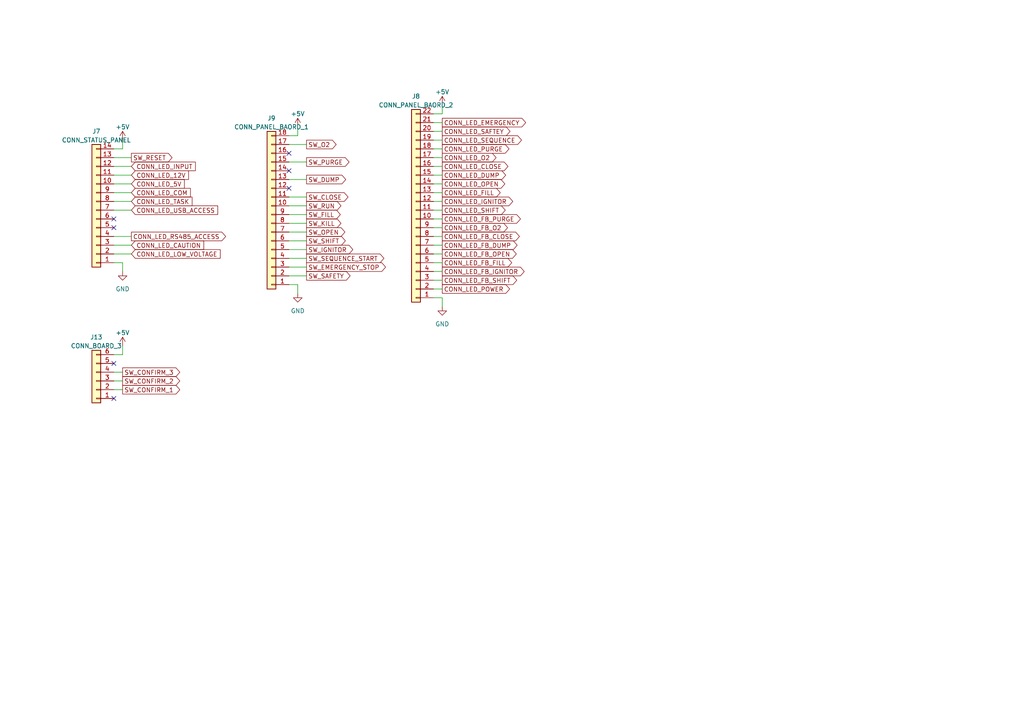
<source format=kicad_sch>
(kicad_sch (version 20230121) (generator eeschema)
  (paper "A4")
  (lib_symbols
    (symbol "Connector_Generic:Conn_01x06" (pin_names (offset 1.016) hide)
      (property "Reference" "J" (at 0 7.62 0))
      (property "Value" "Conn_01x06" (at 0 -10.16 0))
      (symbol "Conn_01x06_1_1"
        (rectangle (start -1.27 -7.493) (end 0 -7.747) (stroke (width 0.1524)))
        (rectangle (start -1.27 -4.953) (end 0 -5.207) (stroke (width 0.1524)))
        (rectangle (start -1.27 -2.413) (end 0 -2.667) (stroke (width 0.1524)))
        (rectangle (start -1.27 0.127) (end 0 -0.127) (stroke (width 0.1524)))
        (rectangle (start -1.27 2.667) (end 0 2.413) (stroke (width 0.1524)))
        (rectangle (start -1.27 5.207) (end 0 4.953) (stroke (width 0.1524)))
        (rectangle (start -1.27 6.35) (end 1.27 -8.89) (stroke (width 0.254)) (fill (type background)))
        (pin passive line (at -5.08 5.08 0) (length 3.81) (name "Pin_1") (number "1"))
        (pin passive line (at -5.08 2.54 0) (length 3.81) (name "Pin_2") (number "2"))
        (pin passive line (at -5.08 0 0) (length 3.81) (name "Pin_3") (number "3"))
        (pin passive line (at -5.08 -2.54 0) (length 3.81) (name "Pin_4") (number "4"))
        (pin passive line (at -5.08 -5.08 0) (length 3.81) (name "Pin_5") (number "5"))
        (pin passive line (at -5.08 -7.62 0) (length 3.81) (name "Pin_6") (number "6"))
      )
    )
    (symbol "Connector_Generic:Conn_01x14" (pin_names (offset 1.016) hide)
      (property "Reference" "J" (at 0 17.78 0))
      (property "Value" "Conn_01x14" (at 0 -20.32 0))
      (symbol "Conn_01x14_1_1"
        (rectangle (start -1.27 -17.653) (end 0 -17.907) (stroke (width 0.1524)))
        (rectangle (start -1.27 -15.113) (end 0 -15.367) (stroke (width 0.1524)))
        (rectangle (start -1.27 -12.573) (end 0 -12.827) (stroke (width 0.1524)))
        (rectangle (start -1.27 -10.033) (end 0 -10.287) (stroke (width 0.1524)))
        (rectangle (start -1.27 -7.493) (end 0 -7.747) (stroke (width 0.1524)))
        (rectangle (start -1.27 -4.953) (end 0 -5.207) (stroke (width 0.1524)))
        (rectangle (start -1.27 -2.413) (end 0 -2.667) (stroke (width 0.1524)))
        (rectangle (start -1.27 0.127) (end 0 -0.127) (stroke (width 0.1524)))
        (rectangle (start -1.27 2.667) (end 0 2.413) (stroke (width 0.1524)))
        (rectangle (start -1.27 5.207) (end 0 4.953) (stroke (width 0.1524)))
        (rectangle (start -1.27 7.747) (end 0 7.493) (stroke (width 0.1524)))
        (rectangle (start -1.27 10.287) (end 0 10.033) (stroke (width 0.1524)))
        (rectangle (start -1.27 12.827) (end 0 12.573) (stroke (width 0.1524)))
        (rectangle (start -1.27 15.367) (end 0 15.113) (stroke (width 0.1524)))
        (rectangle (start -1.27 16.51) (end 1.27 -19.05) (stroke (width 0.254)) (fill (type background)))
        (pin passive line (at -5.08 15.24 0) (length 3.81) (name "Pin_1") (number "1"))
        (pin passive line (at -5.08 -7.62 0) (length 3.81) (name "Pin_10") (number "10"))
        (pin passive line (at -5.08 -10.16 0) (length 3.81) (name "Pin_11") (number "11"))
        (pin passive line (at -5.08 -12.7 0) (length 3.81) (name "Pin_12") (number "12"))
        (pin passive line (at -5.08 -15.24 0) (length 3.81) (name "Pin_13") (number "13"))
        (pin passive line (at -5.08 -17.78 0) (length 3.81) (name "Pin_14") (number "14"))
        (pin passive line (at -5.08 12.7 0) (length 3.81) (name "Pin_2") (number "2"))
        (pin passive line (at -5.08 10.16 0) (length 3.81) (name "Pin_3") (number "3"))
        (pin passive line (at -5.08 7.62 0) (length 3.81) (name "Pin_4") (number "4"))
        (pin passive line (at -5.08 5.08 0) (length 3.81) (name "Pin_5") (number "5"))
        (pin passive line (at -5.08 2.54 0) (length 3.81) (name "Pin_6") (number "6"))
        (pin passive line (at -5.08 0 0) (length 3.81) (name "Pin_7") (number "7"))
        (pin passive line (at -5.08 -2.54 0) (length 3.81) (name "Pin_8") (number "8"))
        (pin passive line (at -5.08 -5.08 0) (length 3.81) (name "Pin_9") (number "9"))
      )
    )
    (symbol "Connector_Generic:Conn_01x18" (pin_names (offset 1.016) hide)
      (property "Reference" "J" (at 0 22.86 0))
      (property "Value" "Conn_01x18" (at 0 -25.4 0))
      (symbol "Conn_01x18_1_1"
        (rectangle (start -1.27 -22.733) (end 0 -22.987) (stroke (width 0.1524)))
        (rectangle (start -1.27 -20.193) (end 0 -20.447) (stroke (width 0.1524)))
        (rectangle (start -1.27 -17.653) (end 0 -17.907) (stroke (width 0.1524)))
        (rectangle (start -1.27 -15.113) (end 0 -15.367) (stroke (width 0.1524)))
        (rectangle (start -1.27 -12.573) (end 0 -12.827) (stroke (width 0.1524)))
        (rectangle (start -1.27 -10.033) (end 0 -10.287) (stroke (width 0.1524)))
        (rectangle (start -1.27 -7.493) (end 0 -7.747) (stroke (width 0.1524)))
        (rectangle (start -1.27 -4.953) (end 0 -5.207) (stroke (width 0.1524)))
        (rectangle (start -1.27 -2.413) (end 0 -2.667) (stroke (width 0.1524)))
        (rectangle (start -1.27 0.127) (end 0 -0.127) (stroke (width 0.1524)))
        (rectangle (start -1.27 2.667) (end 0 2.413) (stroke (width 0.1524)))
        (rectangle (start -1.27 5.207) (end 0 4.953) (stroke (width 0.1524)))
        (rectangle (start -1.27 7.747) (end 0 7.493) (stroke (width 0.1524)))
        (rectangle (start -1.27 10.287) (end 0 10.033) (stroke (width 0.1524)))
        (rectangle (start -1.27 12.827) (end 0 12.573) (stroke (width 0.1524)))
        (rectangle (start -1.27 15.367) (end 0 15.113) (stroke (width 0.1524)))
        (rectangle (start -1.27 17.907) (end 0 17.653) (stroke (width 0.1524)))
        (rectangle (start -1.27 20.447) (end 0 20.193) (stroke (width 0.1524)))
        (rectangle (start -1.27 21.59) (end 1.27 -24.13) (stroke (width 0.254)) (fill (type background)))
        (pin passive line (at -5.08 20.32 0) (length 3.81) (name "Pin_1") (number "1"))
        (pin passive line (at -5.08 -2.54 0) (length 3.81) (name "Pin_10") (number "10"))
        (pin passive line (at -5.08 -5.08 0) (length 3.81) (name "Pin_11") (number "11"))
        (pin passive line (at -5.08 -7.62 0) (length 3.81) (name "Pin_12") (number "12"))
        (pin passive line (at -5.08 -10.16 0) (length 3.81) (name "Pin_13") (number "13"))
        (pin passive line (at -5.08 -12.7 0) (length 3.81) (name "Pin_14") (number "14"))
        (pin passive line (at -5.08 -15.24 0) (length 3.81) (name "Pin_15") (number "15"))
        (pin passive line (at -5.08 -17.78 0) (length 3.81) (name "Pin_16") (number "16"))
        (pin passive line (at -5.08 -20.32 0) (length 3.81) (name "Pin_17") (number "17"))
        (pin passive line (at -5.08 -22.86 0) (length 3.81) (name "Pin_18") (number "18"))
        (pin passive line (at -5.08 17.78 0) (length 3.81) (name "Pin_2") (number "2"))
        (pin passive line (at -5.08 15.24 0) (length 3.81) (name "Pin_3") (number "3"))
        (pin passive line (at -5.08 12.7 0) (length 3.81) (name "Pin_4") (number "4"))
        (pin passive line (at -5.08 10.16 0) (length 3.81) (name "Pin_5") (number "5"))
        (pin passive line (at -5.08 7.62 0) (length 3.81) (name "Pin_6") (number "6"))
        (pin passive line (at -5.08 5.08 0) (length 3.81) (name "Pin_7") (number "7"))
        (pin passive line (at -5.08 2.54 0) (length 3.81) (name "Pin_8") (number "8"))
        (pin passive line (at -5.08 0 0) (length 3.81) (name "Pin_9") (number "9"))
      )
    )
    (symbol "Connector_Generic:Conn_01x22" (pin_names (offset 1.016) hide)
      (property "Reference" "J" (at 0 27.94 0))
      (property "Value" "Conn_01x22" (at 0 -30.48 0))
      (symbol "Conn_01x22_1_1"
        (rectangle (start -1.27 -27.813) (end 0 -28.067) (stroke (width 0.1524)))
        (rectangle (start -1.27 -25.273) (end 0 -25.527) (stroke (width 0.1524)))
        (rectangle (start -1.27 -22.733) (end 0 -22.987) (stroke (width 0.1524)))
        (rectangle (start -1.27 -20.193) (end 0 -20.447) (stroke (width 0.1524)))
        (rectangle (start -1.27 -17.653) (end 0 -17.907) (stroke (width 0.1524)))
        (rectangle (start -1.27 -15.113) (end 0 -15.367) (stroke (width 0.1524)))
        (rectangle (start -1.27 -12.573) (end 0 -12.827) (stroke (width 0.1524)))
        (rectangle (start -1.27 -10.033) (end 0 -10.287) (stroke (width 0.1524)))
        (rectangle (start -1.27 -7.493) (end 0 -7.747) (stroke (width 0.1524)))
        (rectangle (start -1.27 -4.953) (end 0 -5.207) (stroke (width 0.1524)))
        (rectangle (start -1.27 -2.413) (end 0 -2.667) (stroke (width 0.1524)))
        (rectangle (start -1.27 0.127) (end 0 -0.127) (stroke (width 0.1524)))
        (rectangle (start -1.27 2.667) (end 0 2.413) (stroke (width 0.1524)))
        (rectangle (start -1.27 5.207) (end 0 4.953) (stroke (width 0.1524)))
        (rectangle (start -1.27 7.747) (end 0 7.493) (stroke (width 0.1524)))
        (rectangle (start -1.27 10.287) (end 0 10.033) (stroke (width 0.1524)))
        (rectangle (start -1.27 12.827) (end 0 12.573) (stroke (width 0.1524)))
        (rectangle (start -1.27 15.367) (end 0 15.113) (stroke (width 0.1524)))
        (rectangle (start -1.27 17.907) (end 0 17.653) (stroke (width 0.1524)))
        (rectangle (start -1.27 20.447) (end 0 20.193) (stroke (width 0.1524)))
        (rectangle (start -1.27 22.987) (end 0 22.733) (stroke (width 0.1524)))
        (rectangle (start -1.27 25.527) (end 0 25.273) (stroke (width 0.1524)))
        (rectangle (start -1.27 26.67) (end 1.27 -29.21) (stroke (width 0.254)) (fill (type background)))
        (pin passive line (at -5.08 25.4 0) (length 3.81) (name "Pin_1") (number "1"))
        (pin passive line (at -5.08 2.54 0) (length 3.81) (name "Pin_10") (number "10"))
        (pin passive line (at -5.08 0 0) (length 3.81) (name "Pin_11") (number "11"))
        (pin passive line (at -5.08 -2.54 0) (length 3.81) (name "Pin_12") (number "12"))
        (pin passive line (at -5.08 -5.08 0) (length 3.81) (name "Pin_13") (number "13"))
        (pin passive line (at -5.08 -7.62 0) (length 3.81) (name "Pin_14") (number "14"))
        (pin passive line (at -5.08 -10.16 0) (length 3.81) (name "Pin_15") (number "15"))
        (pin passive line (at -5.08 -12.7 0) (length 3.81) (name "Pin_16") (number "16"))
        (pin passive line (at -5.08 -15.24 0) (length 3.81) (name "Pin_17") (number "17"))
        (pin passive line (at -5.08 -17.78 0) (length 3.81) (name "Pin_18") (number "18"))
        (pin passive line (at -5.08 -20.32 0) (length 3.81) (name "Pin_19") (number "19"))
        (pin passive line (at -5.08 22.86 0) (length 3.81) (name "Pin_2") (number "2"))
        (pin passive line (at -5.08 -22.86 0) (length 3.81) (name "Pin_20") (number "20"))
        (pin passive line (at -5.08 -25.4 0) (length 3.81) (name "Pin_21") (number "21"))
        (pin passive line (at -5.08 -27.94 0) (length 3.81) (name "Pin_22") (number "22"))
        (pin passive line (at -5.08 20.32 0) (length 3.81) (name "Pin_3") (number "3"))
        (pin passive line (at -5.08 17.78 0) (length 3.81) (name "Pin_4") (number "4"))
        (pin passive line (at -5.08 15.24 0) (length 3.81) (name "Pin_5") (number "5"))
        (pin passive line (at -5.08 12.7 0) (length 3.81) (name "Pin_6") (number "6"))
        (pin passive line (at -5.08 10.16 0) (length 3.81) (name "Pin_7") (number "7"))
        (pin passive line (at -5.08 7.62 0) (length 3.81) (name "Pin_8") (number "8"))
        (pin passive line (at -5.08 5.08 0) (length 3.81) (name "Pin_9") (number "9"))
      )
    )
    (symbol "power:+5V" (power) (pin_names (offset 0))
      (property "Value" "+5V" (at 0 3.556 0))
      (symbol "+5V_0_1"
        (polyline (pts (xy -0.762 1.27) (xy 0 2.54)))
        (polyline (pts (xy 0 0) (xy 0 2.54)))
        (polyline (pts (xy 0 2.54) (xy 0.762 1.27)))
      )
      (symbol "+5V_1_1"
        (pin power_in line (at 0 0 90) (length 0) hide (name "+5V") (number "1"))
      )
    )
    (symbol "power:GND" (power) (pin_names (offset 0))
      (property "Value" "GND" (at 0 -3.81 0))
      (symbol "GND_0_1"
        (polyline (pts (xy 0 0) (xy 0 -1.27) (xy 1.27 -1.27) (xy 0 -2.54) (xy -1.27 -1.27) (xy 0 -1.27)))
      )
      (symbol "GND_1_1"
        (pin power_in line (at 0 0 270) (length 0) hide (name "GND") (number "1"))
      )
    )
  )
  (no_connect (at 83.82 49.53))
  (no_connect (at 33.02 63.5))
  (no_connect (at 83.82 54.61))
  (no_connect (at 33.02 115.57))
  (no_connect (at 33.02 105.41))
  (no_connect (at 83.82 44.45))
  (no_connect (at 33.02 66.04))
  (wire (pts (xy 83.82 67.31) (xy 88.9 67.31)))
  (wire (pts (xy 86.36 36.83) (xy 86.36 39.37)))
  (wire (pts (xy 125.73 45.72) (xy 128.27 45.72)))
  (wire (pts (xy 33.02 73.66) (xy 38.1 73.66)))
  (wire (pts (xy 125.73 48.26) (xy 128.27 48.26)))
  (wire (pts (xy 33.02 58.42) (xy 38.1 58.42)))
  (wire (pts (xy 33.02 55.88) (xy 38.1 55.88)))
  (wire (pts (xy 35.56 43.18) (xy 33.02 43.18)))
  (wire (pts (xy 125.73 50.8) (xy 128.27 50.8)))
  (wire (pts (xy 33.02 45.72) (xy 38.1 45.72)))
  (wire (pts (xy 125.73 53.34) (xy 128.27 53.34)))
  (wire (pts (xy 83.82 77.47) (xy 88.9 77.47)))
  (wire (pts (xy 33.02 60.96) (xy 38.1 60.96)))
  (wire (pts (xy 83.82 72.39) (xy 88.9 72.39)))
  (wire (pts (xy 125.73 66.04) (xy 128.27 66.04)))
  (wire (pts (xy 128.27 86.36) (xy 128.27 88.9)))
  (wire (pts (xy 125.73 40.64) (xy 128.27 40.64)))
  (wire (pts (xy 83.82 64.77) (xy 88.9 64.77)))
  (wire (pts (xy 33.02 53.34) (xy 38.1 53.34)))
  (wire (pts (xy 35.56 40.64) (xy 35.56 43.18)))
  (wire (pts (xy 125.73 71.12) (xy 128.27 71.12)))
  (wire (pts (xy 83.82 80.01) (xy 88.9 80.01)))
  (wire (pts (xy 83.82 46.99) (xy 88.9 46.99)))
  (wire (pts (xy 125.73 68.58) (xy 128.27 68.58)))
  (wire (pts (xy 33.02 110.49) (xy 35.56 110.49)))
  (wire (pts (xy 125.73 60.96) (xy 128.27 60.96)))
  (wire (pts (xy 125.73 58.42) (xy 128.27 58.42)))
  (wire (pts (xy 125.73 81.28) (xy 128.27 81.28)))
  (wire (pts (xy 125.73 55.88) (xy 128.27 55.88)))
  (wire (pts (xy 33.02 48.26) (xy 38.1 48.26)))
  (wire (pts (xy 125.73 43.18) (xy 128.27 43.18)))
  (wire (pts (xy 33.02 107.95) (xy 35.56 107.95)))
  (wire (pts (xy 33.02 50.8) (xy 38.1 50.8)))
  (wire (pts (xy 125.73 78.74) (xy 128.27 78.74)))
  (wire (pts (xy 83.82 74.93) (xy 88.9 74.93)))
  (wire (pts (xy 125.73 38.1) (xy 128.27 38.1)))
  (wire (pts (xy 128.27 30.48) (xy 128.27 33.02)))
  (wire (pts (xy 125.73 35.56) (xy 128.27 35.56)))
  (wire (pts (xy 33.02 71.12) (xy 38.1 71.12)))
  (wire (pts (xy 35.56 102.87) (xy 33.02 102.87)))
  (wire (pts (xy 33.02 68.58) (xy 38.1 68.58)))
  (wire (pts (xy 33.02 76.2) (xy 35.56 76.2)))
  (wire (pts (xy 83.82 62.23) (xy 88.9 62.23)))
  (wire (pts (xy 125.73 63.5) (xy 128.27 63.5)))
  (wire (pts (xy 125.73 86.36) (xy 128.27 86.36)))
  (wire (pts (xy 128.27 33.02) (xy 125.73 33.02)))
  (wire (pts (xy 83.82 57.15) (xy 88.9 57.15)))
  (wire (pts (xy 83.82 59.69) (xy 88.9 59.69)))
  (wire (pts (xy 125.73 83.82) (xy 128.27 83.82)))
  (wire (pts (xy 83.82 41.91) (xy 88.9 41.91)))
  (wire (pts (xy 86.36 39.37) (xy 83.82 39.37)))
  (wire (pts (xy 35.56 76.2) (xy 35.56 78.74)))
  (wire (pts (xy 86.36 82.55) (xy 86.36 85.09)))
  (wire (pts (xy 83.82 82.55) (xy 86.36 82.55)))
  (wire (pts (xy 33.02 113.03) (xy 35.56 113.03)))
  (wire (pts (xy 83.82 69.85) (xy 88.9 69.85)))
  (wire (pts (xy 125.73 73.66) (xy 128.27 73.66)))
  (wire (pts (xy 35.56 100.33) (xy 35.56 102.87)))
  (wire (pts (xy 83.82 52.07) (xy 88.9 52.07)))
  (wire (pts (xy 125.73 76.2) (xy 128.27 76.2)))
  (global_label "SW_EMERGENCY_STOP" (shape output) (at 88.9 77.47 0) (property "Intersheetrefs" "${INTERSHEET_REFS}" (effects hide)))
  (global_label "CONN_LED_DUMP" (shape output) (at 128.27 50.8 0) (property "Intersheetrefs" "${INTERSHEET_REFS}" (effects hide)))
  (global_label "CONN_LED_PURGE" (shape output) (at 128.27 43.18 0) (property "Intersheetrefs" "${INTERSHEET_REFS}" (effects hide)))
  (global_label "CONN_LED_POWER" (shape output) (at 128.27 83.82 0) (property "Intersheetrefs" "${INTERSHEET_REFS}" (effects hide)))
  (global_label "CONN_LED_INPUT" (shape input) (at 38.1 48.26 0) (property "Intersheetrefs" "${INTERSHEET_REFS}" (effects hide)))
  (global_label "CONN_LED_FB_SHIFT" (shape output) (at 128.27 81.28 0) (property "Intersheetrefs" "${INTERSHEET_REFS}" (effects hide)))
  (global_label "CONN_LED_5V" (shape input) (at 38.1 53.34 0) (property "Intersheetrefs" "${INTERSHEET_REFS}" (effects hide)))
  (global_label "SW_KILL" (shape output) (at 88.9 64.77 0) (property "Intersheetrefs" "${INTERSHEET_REFS}" (effects hide)))
  (global_label "CONN_LED_USB_ACCESS" (shape input) (at 38.1 60.96 0) (property "Intersheetrefs" "${INTERSHEET_REFS}" (effects hide)))
  (global_label "SW_DUMP" (shape output) (at 88.9 52.07 0) (property "Intersheetrefs" "${INTERSHEET_REFS}" (effects hide)))
  (global_label "CONN_LED_SEQUENCE" (shape output) (at 128.27 40.64 0) (property "Intersheetrefs" "${INTERSHEET_REFS}" (effects hide)))
  (global_label "CONN_LED_FB_PURGE" (shape output) (at 128.27 63.5 0) (property "Intersheetrefs" "${INTERSHEET_REFS}" (effects hide)))
  (global_label "SW_PURGE" (shape output) (at 88.9 46.99 0) (property "Intersheetrefs" "${INTERSHEET_REFS}" (effects hide)))
  (global_label "SW_IGNITOR" (shape output) (at 88.9 72.39 0) (property "Intersheetrefs" "${INTERSHEET_REFS}" (effects hide)))
  (global_label "CONN_LED_EMERGENCY" (shape output) (at 128.27 35.56 0) (property "Intersheetrefs" "${INTERSHEET_REFS}" (effects hide)))
  (global_label "CONN_LED_OPEN" (shape output) (at 128.27 53.34 0) (property "Intersheetrefs" "${INTERSHEET_REFS}" (effects hide)))
  (global_label "CONN_LED_FB_IGNITOR" (shape output) (at 128.27 78.74 0) (property "Intersheetrefs" "${INTERSHEET_REFS}" (effects hide)))
  (global_label "CONN_LED_TASK" (shape input) (at 38.1 58.42 0) (property "Intersheetrefs" "${INTERSHEET_REFS}" (effects hide)))
  (global_label "CONN_LED_SAFTEY" (shape output) (at 128.27 38.1 0) (property "Intersheetrefs" "${INTERSHEET_REFS}" (effects hide)))
  (global_label "CONN_LED_SHIFT" (shape output) (at 128.27 60.96 0) (property "Intersheetrefs" "${INTERSHEET_REFS}" (effects hide)))
  (global_label "CONN_LED_FB_OPEN" (shape output) (at 128.27 73.66 0) (property "Intersheetrefs" "${INTERSHEET_REFS}" (effects hide)))
  (global_label "SW_SHIFT" (shape output) (at 88.9 69.85 0) (property "Intersheetrefs" "${INTERSHEET_REFS}" (effects hide)))
  (global_label "CONN_LED_FILL" (shape output) (at 128.27 55.88 0) (property "Intersheetrefs" "${INTERSHEET_REFS}" (effects hide)))
  (global_label "CONN_LED_O2" (shape output) (at 128.27 45.72 0) (property "Intersheetrefs" "${INTERSHEET_REFS}" (effects hide)))
  (global_label "CONN_LED_CAUTION" (shape input) (at 38.1 71.12 0) (property "Intersheetrefs" "${INTERSHEET_REFS}" (effects hide)))
  (global_label "CONN_LED_FB_FILL" (shape output) (at 128.27 76.2 0) (property "Intersheetrefs" "${INTERSHEET_REFS}" (effects hide)))
  (global_label "CONN_LED_12V" (shape input) (at 38.1 50.8 0) (property "Intersheetrefs" "${INTERSHEET_REFS}" (effects hide)))
  (global_label "SW_CLOSE" (shape output) (at 88.9 57.15 0) (property "Intersheetrefs" "${INTERSHEET_REFS}" (effects hide)))
  (global_label "CONN_LED_FB_DUMP" (shape output) (at 128.27 71.12 0) (property "Intersheetrefs" "${INTERSHEET_REFS}" (effects hide)))
  (global_label "SW_RUN" (shape output) (at 88.9 59.69 0) (property "Intersheetrefs" "${INTERSHEET_REFS}" (effects hide)))
  (global_label "SW_SAFETY" (shape output) (at 88.9 80.01 0) (property "Intersheetrefs" "${INTERSHEET_REFS}" (effects hide)))
  (global_label "SW_CONFIRM_1" (shape output) (at 35.56 113.03 0) (property "Intersheetrefs" "${INTERSHEET_REFS}" (effects hide)))
  (global_label "SW_O2" (shape output) (at 88.9 41.91 0) (property "Intersheetrefs" "${INTERSHEET_REFS}" (effects hide)))
  (global_label "SW_FILL" (shape output) (at 88.9 62.23 0) (property "Intersheetrefs" "${INTERSHEET_REFS}" (effects hide)))
  (global_label "SW_CONFIRM_3" (shape output) (at 35.56 107.95 0) (property "Intersheetrefs" "${INTERSHEET_REFS}" (effects hide)))
  (global_label "SW_OPEN" (shape output) (at 88.9 67.31 0) (property "Intersheetrefs" "${INTERSHEET_REFS}" (effects hide)))
  (global_label "SW_CONFIRM_2" (shape output) (at 35.56 110.49 0) (property "Intersheetrefs" "${INTERSHEET_REFS}" (effects hide)))
  (global_label "CONN_LED_IGNITOR" (shape output) (at 128.27 58.42 0) (property "Intersheetrefs" "${INTERSHEET_REFS}" (effects hide)))
  (global_label "CONN_LED_LOW_VOLTAGE" (shape input) (at 38.1 73.66 0) (property "Intersheetrefs" "${INTERSHEET_REFS}" (effects hide)))
  (global_label "CONN_LED_FB_O2" (shape output) (at 128.27 66.04 0) (property "Intersheetrefs" "${INTERSHEET_REFS}" (effects hide)))
  (global_label "CONN_LED_RS485_ACCESS" (shape output) (at 38.1 68.58 0) (property "Intersheetrefs" "${INTERSHEET_REFS}" (effects hide)))
  (global_label "CONN_LED_FB_CLOSE" (shape output) (at 128.27 68.58 0) (property "Intersheetrefs" "${INTERSHEET_REFS}" (effects hide)))
  (global_label "SW_RESET" (shape output) (at 38.1 45.72 0) (property "Intersheetrefs" "${INTERSHEET_REFS}" (effects hide)))
  (global_label "CONN_LED_COM" (shape input) (at 38.1 55.88 0) (property "Intersheetrefs" "${INTERSHEET_REFS}" (effects hide)))
  (global_label "SW_SEQUENCE_START" (shape output) (at 88.9 74.93 0) (property "Intersheetrefs" "${INTERSHEET_REFS}" (effects hide)))
  (global_label "CONN_LED_CLOSE" (shape output) (at 128.27 48.26 0) (property "Intersheetrefs" "${INTERSHEET_REFS}" (effects hide)))
  (symbol (lib_id "Connector_Generic:Conn_01x22") (at 120.65 60.96 180) (unit 1)
    (property "Reference" "J8" (at 120.65 27.94 0))
    (property "Value" "CONN_PANEL_BAORD_2" (at 120.65 30.48 0))
    (property "Footprint" "TSRP_Connector_Hirose:DF51A-22DP-2DS" (effects hide))
  )
  (symbol (lib_id "Connector_Generic:Conn_01x18") (at 78.74 62.23 180) (unit 1)
    (property "Reference" "J9" (at 78.74 34.29 0))
    (property "Value" "CONN_PANEL_BAORD_1" (at 78.74 36.83 0))
    (property "Footprint" "TSRP_Connector_Hirose:DF51A-18DP-2DS" (effects hide))
  )
  (symbol (lib_id "power:+5V") (at 35.56 100.33 0) (unit 1)
    (property "Reference" "#PWR046" (effects hide))
    (property "Value" "+5V" (at 35.56 96.52 0))
    (instances (project "LaunchController" (path "" (reference "#PWR046") (unit 1)) (path "" (reference "#PWR068") (unit 1))))
  )
  (symbol (lib_id "Connector_Generic:Conn_01x06") (at 27.94 110.49 180) (unit 1)
    (property "Reference" "J13" (at 27.94 97.79 0))
    (property "Value" "CONN_BOARD_3" (at 27.94 100.33 0))
    (property "Footprint" "TSRP_Connector_Hirose:DF51A-6DP-2DSA" (effects hide))
    (instances (project "LaunchController" (path "" (reference "J13") (unit 1)) (path "" (reference "J14") (unit 1))))
  )
  (symbol (lib_id "power:+5V") (at 86.36 36.83 0) (unit 1)
    (property "Reference" "#PWR046" (effects hide))
    (property "Value" "+5V" (at 86.36 33.02 0))
    (instances (project "LaunchController" (path "" (reference "#PWR046") (unit 1)) (path "" (reference "#PWR049") (unit 1))))
  )
  (symbol (lib_id "power:+5V") (at 128.27 30.48 0) (unit 1)
    (property "Reference" "#PWR046" (effects hide))
    (property "Value" "+5V" (at 128.27 26.67 0))
    (instances (project "LaunchController" (path "" (reference "#PWR046") (unit 1)) (path "" (reference "#PWR048") (unit 1))))
  )
  (symbol (lib_id "Connector_Generic:Conn_01x14") (at 27.94 60.96 180) (unit 1)
    (property "Reference" "J7" (at 27.94 38.1 0))
    (property "Value" "CONN_STATUS_PANEL" (at 27.94 40.64 0))
    (property "Footprint" "TSRP_Connector_Hirose:DF51A-14DP-2DS" (effects hide))
  )
  (symbol (lib_id "power:GND") (at 35.56 78.74 0) (unit 1)
    (property "Reference" "#PWR051" (effects hide))
    (property "Value" "GND" (at 35.56 83.82 0))
  )
  (symbol (lib_id "power:GND") (at 86.36 85.09 0) (unit 1)
    (property "Reference" "#PWR052" (effects hide))
    (property "Value" "GND" (at 86.36 90.17 0))
  )
  (symbol (lib_id "power:+5V") (at 35.56 40.64 0) (unit 1)
    (property "Reference" "#PWR046" (effects hide))
    (property "Value" "+5V" (at 35.56 36.83 0))
    (instances (project "LaunchController" (path "" (reference "#PWR046") (unit 1)) (path "" (reference "#PWR050") (unit 1))))
  )
  (symbol (lib_id "power:GND") (at 128.27 88.9 0) (unit 1)
    (property "Reference" "#PWR053" (effects hide))
    (property "Value" "GND" (at 128.27 93.98 0))
  )
)
</source>
